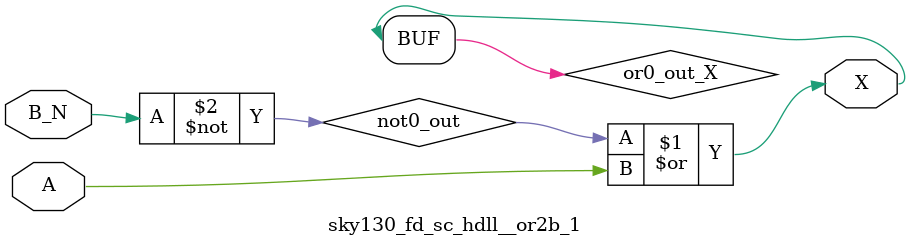
<source format=v>
/*
 * Copyright 2020 The SkyWater PDK Authors
 *
 * Licensed under the Apache License, Version 2.0 (the "License");
 * you may not use this file except in compliance with the License.
 * You may obtain a copy of the License at
 *
 *     https://www.apache.org/licenses/LICENSE-2.0
 *
 * Unless required by applicable law or agreed to in writing, software
 * distributed under the License is distributed on an "AS IS" BASIS,
 * WITHOUT WARRANTIES OR CONDITIONS OF ANY KIND, either express or implied.
 * See the License for the specific language governing permissions and
 * limitations under the License.
 *
 * SPDX-License-Identifier: Apache-2.0
*/


`ifndef SKY130_FD_SC_HDLL__OR2B_1_FUNCTIONAL_V
`define SKY130_FD_SC_HDLL__OR2B_1_FUNCTIONAL_V

/**
 * or2b: 2-input OR, first input inverted.
 *
 * Verilog simulation functional model.
 */

`timescale 1ns / 1ps
`default_nettype none

`celldefine
module sky130_fd_sc_hdll__or2b_1 (
    X  ,
    A  ,
    B_N
);

    // Module ports
    output X  ;
    input  A  ;
    input  B_N;

    // Local signals
    wire not0_out ;
    wire or0_out_X;

    //  Name  Output     Other arguments
    not not0 (not0_out , B_N            );
    or  or0  (or0_out_X, not0_out, A    );
    buf buf0 (X        , or0_out_X      );

endmodule
`endcelldefine

`default_nettype wire
`endif  // SKY130_FD_SC_HDLL__OR2B_1_FUNCTIONAL_V

</source>
